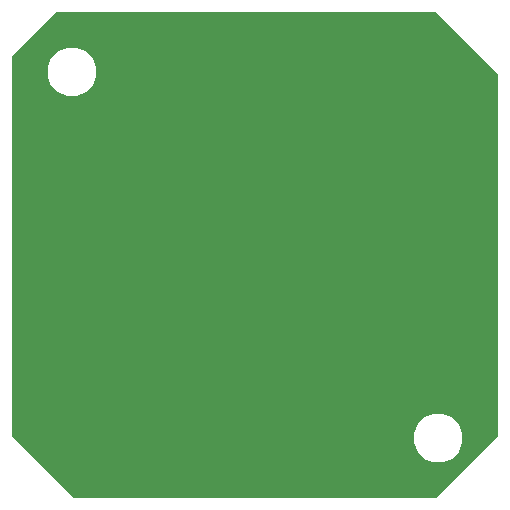
<source format=gbr>
G04 EAGLE Gerber RS-274X export*
G75*
%MOMM*%
%FSLAX34Y34*%
%LPD*%
%INBottom Copper*%
%IPPOS*%
%AMOC8*
5,1,8,0,0,1.08239X$1,22.5*%
G01*
%ADD10R,1.308000X1.308000*%
%ADD11C,1.257300*%

G36*
X362986Y4333D02*
X362986Y4333D01*
X363077Y4341D01*
X363107Y4353D01*
X363139Y4358D01*
X363219Y4401D01*
X363303Y4437D01*
X363335Y4463D01*
X363356Y4474D01*
X363378Y4497D01*
X363434Y4542D01*
X415458Y56566D01*
X415511Y56640D01*
X415571Y56709D01*
X415583Y56739D01*
X415602Y56766D01*
X415629Y56853D01*
X415663Y56937D01*
X415667Y56978D01*
X415674Y57001D01*
X415673Y57033D01*
X415681Y57104D01*
X415681Y362896D01*
X415680Y362904D01*
X415680Y362907D01*
X415677Y362922D01*
X415667Y362986D01*
X415659Y363077D01*
X415647Y363107D01*
X415642Y363139D01*
X415599Y363219D01*
X415563Y363303D01*
X415537Y363335D01*
X415526Y363356D01*
X415503Y363378D01*
X415458Y363434D01*
X363434Y415458D01*
X363360Y415511D01*
X363291Y415571D01*
X363261Y415583D01*
X363234Y415602D01*
X363147Y415629D01*
X363063Y415663D01*
X363022Y415667D01*
X362999Y415674D01*
X362967Y415673D01*
X362896Y415681D01*
X42104Y415681D01*
X42014Y415667D01*
X41923Y415659D01*
X41893Y415647D01*
X41861Y415642D01*
X41781Y415599D01*
X41697Y415563D01*
X41665Y415537D01*
X41644Y415526D01*
X41622Y415503D01*
X41566Y415458D01*
X4542Y378434D01*
X4489Y378360D01*
X4429Y378291D01*
X4417Y378261D01*
X4398Y378234D01*
X4371Y378147D01*
X4337Y378063D01*
X4333Y378022D01*
X4326Y377999D01*
X4327Y377967D01*
X4319Y377896D01*
X4319Y57104D01*
X4333Y57014D01*
X4341Y56923D01*
X4353Y56893D01*
X4358Y56861D01*
X4401Y56781D01*
X4437Y56697D01*
X4463Y56665D01*
X4474Y56644D01*
X4497Y56622D01*
X4542Y56566D01*
X56566Y4542D01*
X56640Y4489D01*
X56709Y4429D01*
X56739Y4417D01*
X56766Y4398D01*
X56853Y4371D01*
X56937Y4337D01*
X56978Y4333D01*
X57001Y4326D01*
X57033Y4327D01*
X57104Y4319D01*
X362896Y4319D01*
X362986Y4333D01*
G37*
%LPC*%
G36*
X50909Y344431D02*
X50909Y344431D01*
X43349Y347563D01*
X37563Y353349D01*
X34431Y360909D01*
X34431Y369091D01*
X37563Y376651D01*
X43349Y382437D01*
X50909Y385569D01*
X59091Y385569D01*
X66651Y382437D01*
X72437Y376651D01*
X75569Y369091D01*
X75569Y360909D01*
X72437Y353349D01*
X66651Y347563D01*
X59091Y344431D01*
X50909Y344431D01*
G37*
%LPD*%
%LPC*%
G36*
X360909Y34431D02*
X360909Y34431D01*
X353349Y37563D01*
X347563Y43349D01*
X344431Y50909D01*
X344431Y59091D01*
X347563Y66651D01*
X353349Y72437D01*
X360909Y75569D01*
X369091Y75569D01*
X376651Y72437D01*
X382437Y66651D01*
X385569Y59091D01*
X385569Y50909D01*
X382437Y43349D01*
X376651Y37563D01*
X369091Y34431D01*
X360909Y34431D01*
G37*
%LPD*%
D10*
X80000Y230000D03*
X80000Y250000D03*
X150000Y340000D03*
X150000Y360000D03*
D11*
X352000Y345000D03*
X147904Y148904D03*
X188000Y405000D03*
X104000Y279000D03*
X74000Y137000D03*
X144904Y79904D03*
X249000Y344000D03*
X334000Y272000D03*
X315000Y25000D03*
X30000Y119000D03*
X384000Y250000D03*
X340000Y167000D03*
X260000Y161000D03*
M02*

</source>
